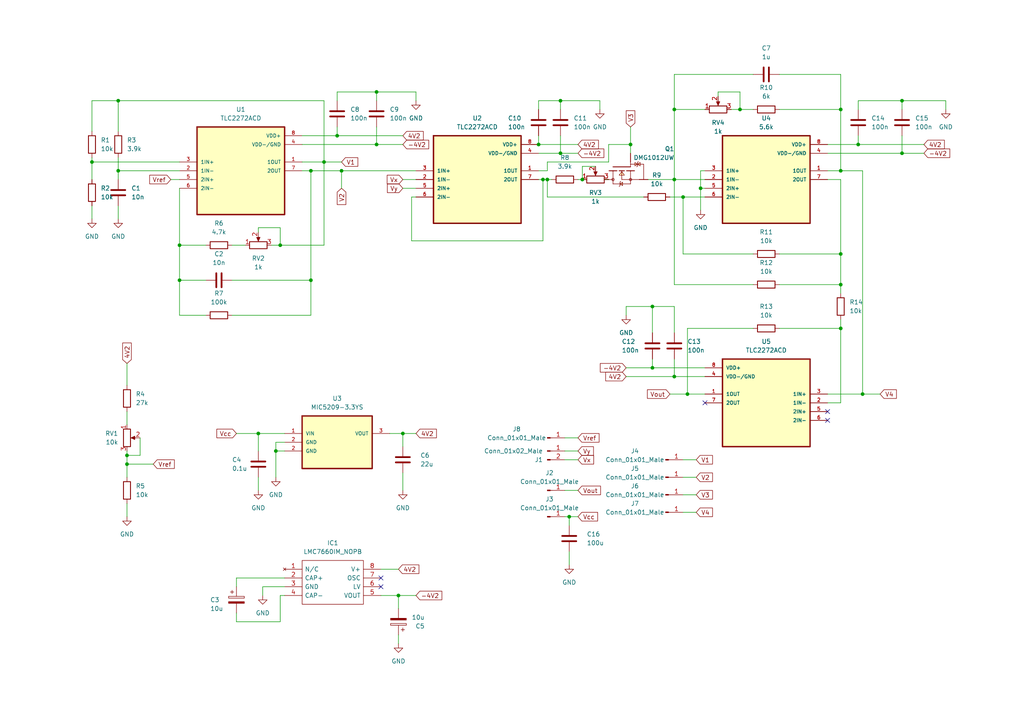
<source format=kicad_sch>
(kicad_sch (version 20211123) (generator eeschema)
  (paper "A4")
  (lib_symbols
    (symbol "Connector:Conn_01x01_Male" (pin_names (offset 1.016) hide)
      (property "Reference" "J" (at 0 2.54 0))
      (property "Value" "Conn_01x01_Male" (at 0 -2.54 0))
      (symbol "Conn_01x01_Male_1_1"
        (polyline (pts (xy 1.27 0) (xy 0.8636 0)) (stroke (width 0.1524)))
        (rectangle (start 0.8636 0.127) (end 0 -0.127) (stroke (width 0.1524)) (fill (type outline)))
        (pin passive line (at 5.08 0 180) (length 3.81) (name "Pin_1") (number "1"))
      )
    )
    (symbol "Connector:Conn_01x02_Male" (pin_names (offset 1.016) hide)
      (property "Reference" "J" (at 0 2.54 0))
      (property "Value" "Conn_01x02_Male" (at 0 -5.08 0))
      (symbol "Conn_01x02_Male_1_1"
        (polyline (pts (xy 1.27 -2.54) (xy 0.8636 -2.54)) (stroke (width 0.1524)))
        (polyline (pts (xy 1.27 0) (xy 0.8636 0)) (stroke (width 0.1524)))
        (rectangle (start 0.8636 -2.413) (end 0 -2.667) (stroke (width 0.1524)) (fill (type outline)))
        (rectangle (start 0.8636 0.127) (end 0 -0.127) (stroke (width 0.1524)) (fill (type outline)))
        (pin passive line (at 5.08 0 180) (length 3.81) (name "Pin_1") (number "1"))
        (pin passive line (at 5.08 -2.54 180) (length 3.81) (name "Pin_2") (number "2"))
      )
    )
    (symbol "DMG1012UW:DMG1012UW" (pin_numbers hide) (pin_names (offset 1.016) hide)
      (property "Reference" "Q" (at -8.9154 7.6454 0))
      (property "Value" "DMG1012UW" (at -8.9154 5.08 0))
      (symbol "DMG1012UW_0_0"
        (polyline (pts (xy 0 2.54) (xy 0.635 2.54)) (stroke (width 0.1524)))
        (polyline (pts (xy 0.127 0.508) (xy -0.127 0.254)) (stroke (width 0.1524)))
        (polyline (pts (xy 0.635 -1.27) (xy 5.08 -1.27)) (stroke (width 0.1524)))
        (polyline (pts (xy 0.635 0.508) (xy 0.127 0.508)) (stroke (width 0.1524)))
        (polyline (pts (xy 0.635 0.508) (xy 0.635 -1.27)) (stroke (width 0.1524)))
        (polyline (pts (xy 0.635 2.54) (xy 0.635 0.508)) (stroke (width 0.1524)))
        (polyline (pts (xy 0.635 2.54) (xy 1.3208 2.54)) (stroke (width 0.1524)))
        (polyline (pts (xy 1.143 0.508) (xy 0.635 0.508)) (stroke (width 0.1524)))
        (polyline (pts (xy 1.397 0.762) (xy 1.143 0.508)) (stroke (width 0.1524)))
        (polyline (pts (xy 1.397 7.62) (xy 1.397 2.54)) (stroke (width 0.254)))
        (polyline (pts (xy 2.54 2.54) (xy 2.54 1.397)) (stroke (width 0.254)))
        (polyline (pts (xy 2.54 3.683) (xy 2.54 2.54)) (stroke (width 0.254)))
        (polyline (pts (xy 2.54 5.08) (xy 2.54 4.318)) (stroke (width 0.254)))
        (polyline (pts (xy 2.54 5.08) (xy 5.08 5.08)) (stroke (width 0.1524)))
        (polyline (pts (xy 2.54 5.842) (xy 2.54 5.08)) (stroke (width 0.254)))
        (polyline (pts (xy 2.54 7.62) (xy 2.54 6.477)) (stroke (width 0.254)))
        (polyline (pts (xy 2.54 7.62) (xy 5.08 7.62)) (stroke (width 0.1524)))
        (polyline (pts (xy 2.54 8.763) (xy 2.54 7.62)) (stroke (width 0.254)))
        (polyline (pts (xy 5.08 2.54) (xy 2.54 2.54)) (stroke (width 0.1524)))
        (polyline (pts (xy 5.08 2.54) (xy 5.08 0)) (stroke (width 0.1524)))
        (polyline (pts (xy 5.08 2.54) (xy 6.35 2.54)) (stroke (width 0.1524)))
        (polyline (pts (xy 5.08 5.08) (xy 5.08 2.54)) (stroke (width 0.1524)))
        (polyline (pts (xy 5.08 7.62) (xy 5.08 10.16)) (stroke (width 0.1524)))
        (polyline (pts (xy 5.08 7.62) (xy 6.35 7.62)) (stroke (width 0.1524)))
        (polyline (pts (xy 5.842 5.588) (xy 5.588 5.334)) (stroke (width 0.1524)))
        (polyline (pts (xy 6.35 5.588) (xy 5.842 5.588)) (stroke (width 0.1524)))
        (polyline (pts (xy 6.35 5.588) (xy 6.35 2.54)) (stroke (width 0.1524)))
        (polyline (pts (xy 6.35 7.62) (xy 6.35 5.588)) (stroke (width 0.1524)))
        (polyline (pts (xy 6.858 5.588) (xy 6.35 5.588)) (stroke (width 0.1524)))
        (polyline (pts (xy 7.112 5.842) (xy 6.858 5.588)) (stroke (width 0.1524)))
        (polyline (pts (xy 0.635 0.508) (xy 0.127 -0.254) (xy 1.143 -0.254) (xy 0.635 0.508)) (stroke (width 0.1524)) (fill (type background)))
        (polyline (pts (xy 0.635 0.508) (xy 0.127 1.27) (xy 1.143 1.27) (xy 0.635 0.508)) (stroke (width 0.1524)) (fill (type background)))
        (polyline (pts (xy 2.794 5.08) (xy 3.81 5.842) (xy 3.81 4.318) (xy 2.794 5.08)) (stroke (width 0.1524)) (fill (type background)))
        (polyline (pts (xy 6.35 5.588) (xy 5.842 4.826) (xy 6.858 4.826) (xy 6.35 5.588)) (stroke (width 0.1524)) (fill (type background)))
        (circle (center 5.08 2.54) (radius 0.3556))
        (circle (center 5.08 7.62) (radius 0.3556))
        (pin passive line (at 5.08 10.16 180) (length 0) (name "~") (number "1"))
        (pin passive line (at -2.54 2.54 0) (length 2.54) (name "~") (number "2"))
        (pin passive line (at 5.08 -2.54 90) (length 2.54) (name "~") (number "3"))
      )
    )
    (symbol "Device:C" (pin_numbers hide) (pin_names (offset 0.254))
      (property "Reference" "C" (at 0.635 2.54 0))
      (property "Value" "C" (at 0.635 -2.54 0))
      (symbol "C_0_1"
        (polyline (pts (xy -2.032 -0.762) (xy 2.032 -0.762)) (stroke (width 0.508)))
        (polyline (pts (xy -2.032 0.762) (xy 2.032 0.762)) (stroke (width 0.508)))
      )
      (symbol "C_1_1"
        (pin passive line (at 0 3.81 270) (length 2.794) (name "~") (number "1"))
        (pin passive line (at 0 -3.81 90) (length 2.794) (name "~") (number "2"))
      )
    )
    (symbol "Device:C_Polarized" (pin_numbers hide) (pin_names (offset 0.254))
      (property "Reference" "C" (at 0.635 2.54 0))
      (property "Value" "C_Polarized" (at 0.635 -2.54 0))
      (symbol "C_Polarized_0_1"
        (rectangle (start -2.286 0.508) (end 2.286 1.016))
        (polyline (pts (xy -1.778 2.286) (xy -0.762 2.286)))
        (polyline (pts (xy -1.27 2.794) (xy -1.27 1.778)))
        (rectangle (start 2.286 -0.508) (end -2.286 -1.016) (fill (type outline)))
      )
      (symbol "C_Polarized_1_1"
        (pin passive line (at 0 3.81 270) (length 2.794) (name "~") (number "1"))
        (pin passive line (at 0 -3.81 90) (length 2.794) (name "~") (number "2"))
      )
    )
    (symbol "Device:R" (pin_numbers hide) (pin_names (offset 0))
      (property "Reference" "R" (at 2.032 0 90))
      (property "Value" "R" (at 0 0 90))
      (symbol "R_0_1"
        (rectangle (start -1.016 -2.54) (end 1.016 2.54) (stroke (width 0.254)))
      )
      (symbol "R_1_1"
        (pin passive line (at 0 3.81 270) (length 1.27) (name "~") (number "1"))
        (pin passive line (at 0 -3.81 90) (length 1.27) (name "~") (number "2"))
      )
    )
    (symbol "Device:R_Potentiometer" (pin_names (offset 1.016) hide)
      (property "Reference" "RV" (at -4.445 0 90))
      (property "Value" "R_Potentiometer" (at -2.54 0 90))
      (symbol "R_Potentiometer_0_1"
        (polyline (pts (xy 2.54 0) (xy 1.524 0)))
        (polyline (pts (xy 1.143 0) (xy 2.286 0.508) (xy 2.286 -0.508) (xy 1.143 0)) (fill (type outline)))
        (rectangle (start 1.016 2.54) (end -1.016 -2.54) (stroke (width 0.254)))
      )
      (symbol "R_Potentiometer_1_1"
        (pin passive line (at 0 3.81 270) (length 1.27) (name "1") (number "1"))
        (pin passive line (at 3.81 0 180) (length 1.27) (name "2") (number "2"))
        (pin passive line (at 0 -3.81 90) (length 1.27) (name "3") (number "3"))
      )
    )
    (symbol "LMC7660IM_NOPB:LMC7660IM_NOPB" (pin_names (offset 0.762))
      (property "Reference" "IC" (at 24.13 7.62 0))
      (property "Value" "LMC7660IM_NOPB" (at 24.13 5.08 0))
      (symbol "LMC7660IM_NOPB_0_0"
        (pin no_connect line (at 0 0 0) (length 5.08) (name "N/C") (number "1"))
        (pin passive line (at 0 -2.54 0) (length 5.08) (name "CAP+") (number "2"))
        (pin passive line (at 0 -5.08 0) (length 5.08) (name "GND") (number "3"))
        (pin passive line (at 0 -7.62 0) (length 5.08) (name "CAP-") (number "4"))
        (pin passive line (at 27.94 -7.62 180) (length 5.08) (name "VOUT") (number "5"))
        (pin passive line (at 27.94 -5.08 180) (length 5.08) (name "LV") (number "6"))
        (pin passive line (at 27.94 -2.54 180) (length 5.08) (name "OSC") (number "7"))
        (pin passive line (at 27.94 0 180) (length 5.08) (name "V+") (number "8"))
      )
      (symbol "LMC7660IM_NOPB_0_1"
        (polyline (pts (xy 5.08 2.54) (xy 22.86 2.54) (xy 22.86 -10.16) (xy 5.08 -10.16) (xy 5.08 2.54)) (stroke (width 0.1524)))
      )
    )
    (symbol "TLC2272ACD:TLC2272ACD" (pin_names (offset 1.016))
      (property "Reference" "U" (at -12.7 13.6906 0))
      (property "Value" "TLC2272ACD" (at -12.7 -16.6878 0))
      (symbol "TLC2272ACD_0_0"
        (rectangle (start -12.7 -12.7) (end 12.7 12.7) (stroke (width 0.4064)) (fill (type background)))
        (pin output line (at 17.78 2.54 180) (length 5.08) (name "1OUT") (number "1"))
        (pin input line (at -17.78 0 0) (length 5.08) (name "1IN-") (number "2"))
        (pin input line (at -17.78 2.54 0) (length 5.08) (name "1IN+") (number "3"))
        (pin power_in line (at 17.78 7.62 180) (length 5.08) (name "VDD-/GND") (number "4"))
        (pin input line (at -17.78 -2.54 0) (length 5.08) (name "2IN+") (number "5"))
        (pin input line (at -17.78 -5.08 0) (length 5.08) (name "2IN-") (number "6"))
        (pin output line (at 17.78 0 180) (length 5.08) (name "2OUT") (number "7"))
        (pin power_in line (at 17.78 10.16 180) (length 5.08) (name "VDD+") (number "8"))
      )
    )
    (symbol "mic5209-3.3ys:MIC5209-3.3YS" (pin_names (offset 1.016))
      (property "Reference" "U" (at -4.7498 6.477 0))
      (property "Value" "MIC5209-3.3YS" (at -5.9436 -13.4112 0))
      (symbol "MIC5209-3.3YS_0_0"
        (rectangle (start -10.16 -10.16) (end 10.16 5.08) (stroke (width 0.4064)) (fill (type background)))
        (pin power_in line (at -15.24 0 0) (length 5.08) (name "VIN") (number "1"))
        (pin passive line (at -15.24 -5.08 0) (length 5.08) (name "GND") (number "2"))
        (pin passive line (at -15.24 -2.54 0) (length 5.08) (name "GND") (number "2"))
        (pin power_out line (at 15.24 0 180) (length 5.08) (name "VOUT") (number "3"))
      )
    )
    (symbol "power:GND" (power) (pin_names (offset 0))
      (property "Value" "GND" (at 0 -3.81 0))
      (symbol "GND_0_1"
        (polyline (pts (xy 0 0) (xy 0 -1.27) (xy 1.27 -1.27) (xy 0 -2.54) (xy -1.27 -1.27) (xy 0 -1.27)))
      )
      (symbol "GND_1_1"
        (pin power_in line (at 0 0 270) (length 0) hide (name "GND") (number "1"))
      )
    )
  )
  (junction (at 97.79 39.37))
  (junction (at 80.01 130.81))
  (junction (at 261.62 29.21))
  (junction (at 203.2 54.61))
  (junction (at 109.22 41.91))
  (junction (at 189.23 106.68))
  (junction (at 182.88 41.91))
  (junction (at 34.29 49.53))
  (junction (at 189.23 88.9))
  (junction (at 162.56 44.45))
  (junction (at 199.39 114.3))
  (junction (at 158.75 52.07))
  (junction (at 243.84 95.25))
  (junction (at 261.62 44.45))
  (junction (at 93.98 46.99))
  (junction (at 99.06 49.53))
  (junction (at 157.48 52.07))
  (junction (at 115.57 172.72))
  (junction (at 34.29 29.21))
  (junction (at 156.21 41.91))
  (junction (at 36.83 132.08))
  (junction (at 81.28 71.12))
  (junction (at 243.84 73.66))
  (junction (at 74.93 125.73))
  (junction (at 248.92 41.91))
  (junction (at 195.58 31.75))
  (junction (at 26.67 46.99))
  (junction (at 195.58 52.07))
  (junction (at 116.84 125.73))
  (junction (at 90.17 49.53))
  (junction (at 198.12 57.15))
  (junction (at 243.84 31.75))
  (junction (at 52.07 81.28))
  (junction (at 243.84 82.55))
  (junction (at 90.17 81.28))
  (junction (at 195.58 109.22))
  (junction (at 165.1 149.86))
  (junction (at 162.56 29.21))
  (junction (at 214.63 31.75))
  (junction (at 243.84 49.53))
  (junction (at 250.19 114.3))
  (junction (at 109.22 26.67))
  (junction (at 36.83 134.62))
  (junction (at 168.91 52.07))
  (junction (at 52.07 71.12))
  (no_connect (at 110.49 170.18))
  (no_connect (at 110.49 167.64))
  (no_connect (at 204.47 116.84))
  (no_connect (at 240.03 119.38))
  (no_connect (at 240.03 121.92))
  (wire (pts (xy 168.91 48.26) (xy 168.91 52.07)))
  (wire (pts (xy 189.23 88.9) (xy 181.61 88.9)))
  (wire (pts (xy 181.61 106.68) (xy 189.23 106.68)))
  (wire (pts (xy 99.06 49.53) (xy 99.06 54.61)))
  (wire (pts (xy 261.62 29.21) (xy 274.32 29.21)))
  (wire (pts (xy 165.1 149.86) (xy 165.1 152.4)))
  (wire (pts (xy 116.84 54.61) (xy 120.65 54.61)))
  (wire (pts (xy 248.92 29.21) (xy 261.62 29.21)))
  (wire (pts (xy 165.1 160.02) (xy 165.1 163.83)))
  (wire (pts (xy 109.22 26.67) (xy 120.65 26.67)))
  (wire (pts (xy 194.31 114.3) (xy 199.39 114.3)))
  (wire (pts (xy 52.07 91.44) (xy 52.07 81.28)))
  (wire (pts (xy 195.58 31.75) (xy 195.58 52.07)))
  (wire (pts (xy 52.07 46.99) (xy 26.67 46.99)))
  (wire (pts (xy 119.38 57.15) (xy 119.38 69.85)))
  (wire (pts (xy 26.67 59.69) (xy 26.67 63.5)))
  (wire (pts (xy 93.98 46.99) (xy 87.63 46.99)))
  (wire (pts (xy 120.65 26.67) (xy 120.65 29.21)))
  (wire (pts (xy 163.83 130.81) (xy 167.64 130.81)))
  (wire (pts (xy 34.29 29.21) (xy 93.98 29.21)))
  (wire (pts (xy 67.31 91.44) (xy 90.17 91.44)))
  (wire (pts (xy 204.47 49.53) (xy 203.2 49.53)))
  (wire (pts (xy 80.01 130.81) (xy 80.01 138.43)))
  (wire (pts (xy 34.29 38.1) (xy 34.29 29.21)))
  (wire (pts (xy 40.64 132.08) (xy 36.83 132.08)))
  (wire (pts (xy 59.69 91.44) (xy 52.07 91.44)))
  (wire (pts (xy 97.79 26.67) (xy 109.22 26.67)))
  (wire (pts (xy 113.03 125.73) (xy 116.84 125.73)))
  (wire (pts (xy 218.44 21.59) (xy 195.58 21.59)))
  (wire (pts (xy 208.28 26.67) (xy 214.63 26.67)))
  (wire (pts (xy 248.92 31.75) (xy 248.92 29.21)))
  (wire (pts (xy 182.88 41.91) (xy 182.88 44.45)))
  (wire (pts (xy 240.03 49.53) (xy 243.84 49.53)))
  (wire (pts (xy 74.93 138.43) (xy 74.93 142.24)))
  (wire (pts (xy 240.03 52.07) (xy 243.84 52.07)))
  (wire (pts (xy 173.99 29.21) (xy 173.99 31.75)))
  (wire (pts (xy 120.65 57.15) (xy 119.38 57.15)))
  (wire (pts (xy 218.44 73.66) (xy 198.12 73.66)))
  (wire (pts (xy 240.03 44.45) (xy 261.62 44.45)))
  (wire (pts (xy 156.21 49.53) (xy 158.75 49.53)))
  (wire (pts (xy 82.55 128.27) (xy 80.01 128.27)))
  (wire (pts (xy 81.28 66.04) (xy 81.28 71.12)))
  (wire (pts (xy 189.23 88.9) (xy 189.23 96.52)))
  (wire (pts (xy 195.58 96.52) (xy 195.58 88.9)))
  (wire (pts (xy 82.55 170.18) (xy 76.2 170.18)))
  (wire (pts (xy 243.84 49.53) (xy 243.84 31.75)))
  (wire (pts (xy 250.19 49.53) (xy 250.19 114.3)))
  (wire (pts (xy 157.48 69.85) (xy 157.48 52.07)))
  (wire (pts (xy 243.84 21.59) (xy 243.84 31.75)))
  (wire (pts (xy 36.83 130.81) (xy 36.83 132.08)))
  (wire (pts (xy 82.55 172.72) (xy 81.28 172.72)))
  (wire (pts (xy 176.53 41.91) (xy 182.88 41.91)))
  (wire (pts (xy 36.83 134.62) (xy 36.83 138.43)))
  (wire (pts (xy 74.93 67.31) (xy 74.93 66.04)))
  (wire (pts (xy 203.2 54.61) (xy 203.2 60.96)))
  (wire (pts (xy 115.57 184.15) (xy 115.57 186.69)))
  (wire (pts (xy 163.83 142.24) (xy 167.64 142.24)))
  (wire (pts (xy 226.06 73.66) (xy 243.84 73.66)))
  (wire (pts (xy 90.17 81.28) (xy 90.17 49.53)))
  (wire (pts (xy 198.12 57.15) (xy 198.12 73.66)))
  (wire (pts (xy 26.67 38.1) (xy 26.67 29.21)))
  (wire (pts (xy 176.53 41.91) (xy 176.53 46.99)))
  (wire (pts (xy 198.12 57.15) (xy 204.47 57.15)))
  (wire (pts (xy 90.17 49.53) (xy 87.63 49.53)))
  (wire (pts (xy 261.62 39.37) (xy 261.62 44.45)))
  (wire (pts (xy 199.39 114.3) (xy 204.47 114.3)))
  (wire (pts (xy 163.83 149.86) (xy 165.1 149.86)))
  (wire (pts (xy 99.06 49.53) (xy 120.65 49.53)))
  (wire (pts (xy 97.79 39.37) (xy 116.84 39.37)))
  (wire (pts (xy 67.31 71.12) (xy 71.12 71.12)))
  (wire (pts (xy 115.57 172.72) (xy 120.65 172.72)))
  (wire (pts (xy 226.06 21.59) (xy 243.84 21.59)))
  (wire (pts (xy 74.93 125.73) (xy 74.93 130.81)))
  (wire (pts (xy 74.93 66.04) (xy 81.28 66.04)))
  (wire (pts (xy 198.12 143.51) (xy 201.93 143.51)))
  (wire (pts (xy 214.63 31.75) (xy 212.09 31.75)))
  (wire (pts (xy 81.28 172.72) (xy 81.28 180.34)))
  (wire (pts (xy 198.12 133.35) (xy 201.93 133.35)))
  (wire (pts (xy 198.12 148.59) (xy 201.93 148.59)))
  (wire (pts (xy 195.58 109.22) (xy 204.47 109.22)))
  (wire (pts (xy 274.32 29.21) (xy 274.32 31.75)))
  (wire (pts (xy 195.58 104.14) (xy 195.58 109.22)))
  (wire (pts (xy 93.98 46.99) (xy 93.98 71.12)))
  (wire (pts (xy 52.07 54.61) (xy 52.07 71.12)))
  (wire (pts (xy 158.75 46.99) (xy 158.75 49.53)))
  (wire (pts (xy 116.84 52.07) (xy 120.65 52.07)))
  (wire (pts (xy 156.21 41.91) (xy 167.64 41.91)))
  (wire (pts (xy 195.58 88.9) (xy 189.23 88.9)))
  (wire (pts (xy 110.49 165.1) (xy 115.57 165.1)))
  (wire (pts (xy 162.56 44.45) (xy 167.64 44.45)))
  (wire (pts (xy 194.31 57.15) (xy 198.12 57.15)))
  (wire (pts (xy 52.07 81.28) (xy 52.07 71.12)))
  (wire (pts (xy 214.63 26.67) (xy 214.63 31.75)))
  (wire (pts (xy 172.72 48.26) (xy 168.91 48.26)))
  (wire (pts (xy 156.21 29.21) (xy 162.56 29.21)))
  (wire (pts (xy 156.21 44.45) (xy 162.56 44.45)))
  (wire (pts (xy 109.22 41.91) (xy 116.84 41.91)))
  (wire (pts (xy 195.58 82.55) (xy 218.44 82.55)))
  (wire (pts (xy 26.67 45.72) (xy 26.67 46.99)))
  (wire (pts (xy 81.28 71.12) (xy 93.98 71.12)))
  (wire (pts (xy 81.28 180.34) (xy 68.58 180.34)))
  (wire (pts (xy 68.58 177.8) (xy 68.58 180.34)))
  (wire (pts (xy 158.75 52.07) (xy 158.75 57.15)))
  (wire (pts (xy 189.23 106.68) (xy 204.47 106.68)))
  (wire (pts (xy 49.53 52.07) (xy 52.07 52.07)))
  (wire (pts (xy 109.22 36.83) (xy 109.22 41.91)))
  (wire (pts (xy 218.44 95.25) (xy 199.39 95.25)))
  (wire (pts (xy 175.26 52.07) (xy 176.53 52.07)))
  (wire (pts (xy 243.84 49.53) (xy 250.19 49.53)))
  (wire (pts (xy 90.17 91.44) (xy 90.17 81.28)))
  (wire (pts (xy 156.21 39.37) (xy 156.21 41.91)))
  (wire (pts (xy 176.53 46.99) (xy 158.75 46.99)))
  (wire (pts (xy 93.98 46.99) (xy 99.06 46.99)))
  (wire (pts (xy 187.96 52.07) (xy 195.58 52.07)))
  (wire (pts (xy 261.62 44.45) (xy 267.97 44.45)))
  (wire (pts (xy 226.06 95.25) (xy 243.84 95.25)))
  (wire (pts (xy 226.06 31.75) (xy 243.84 31.75)))
  (wire (pts (xy 78.74 71.12) (xy 81.28 71.12)))
  (wire (pts (xy 156.21 31.75) (xy 156.21 29.21)))
  (wire (pts (xy 226.06 82.55) (xy 243.84 82.55)))
  (wire (pts (xy 87.63 41.91) (xy 109.22 41.91)))
  (wire (pts (xy 90.17 49.53) (xy 99.06 49.53)))
  (wire (pts (xy 34.29 49.53) (xy 34.29 52.07)))
  (wire (pts (xy 157.48 52.07) (xy 156.21 52.07)))
  (wire (pts (xy 162.56 39.37) (xy 162.56 44.45)))
  (wire (pts (xy 198.12 138.43) (xy 201.93 138.43)))
  (wire (pts (xy 163.83 127) (xy 167.64 127)))
  (wire (pts (xy 40.64 127) (xy 40.64 132.08)))
  (wire (pts (xy 195.58 21.59) (xy 195.58 31.75)))
  (wire (pts (xy 110.49 172.72) (xy 115.57 172.72)))
  (wire (pts (xy 167.64 52.07) (xy 168.91 52.07)))
  (wire (pts (xy 36.83 134.62) (xy 44.45 134.62)))
  (wire (pts (xy 181.61 109.22) (xy 195.58 109.22)))
  (wire (pts (xy 76.2 170.18) (xy 76.2 172.72)))
  (wire (pts (xy 163.83 133.35) (xy 167.64 133.35)))
  (wire (pts (xy 248.92 39.37) (xy 248.92 41.91)))
  (wire (pts (xy 240.03 41.91) (xy 248.92 41.91)))
  (wire (pts (xy 195.58 52.07) (xy 195.58 82.55)))
  (wire (pts (xy 115.57 172.72) (xy 115.57 176.53)))
  (wire (pts (xy 93.98 29.21) (xy 93.98 46.99)))
  (wire (pts (xy 240.03 114.3) (xy 250.19 114.3)))
  (wire (pts (xy 203.2 54.61) (xy 204.47 54.61)))
  (wire (pts (xy 199.39 95.25) (xy 199.39 114.3)))
  (wire (pts (xy 158.75 57.15) (xy 186.69 57.15)))
  (wire (pts (xy 181.61 88.9) (xy 181.61 91.44)))
  (wire (pts (xy 261.62 29.21) (xy 261.62 31.75)))
  (wire (pts (xy 165.1 149.86) (xy 167.64 149.86)))
  (wire (pts (xy 157.48 52.07) (xy 158.75 52.07)))
  (wire (pts (xy 204.47 52.07) (xy 195.58 52.07)))
  (wire (pts (xy 109.22 26.67) (xy 109.22 29.21)))
  (wire (pts (xy 97.79 29.21) (xy 97.79 26.67)))
  (wire (pts (xy 36.83 132.08) (xy 36.83 134.62)))
  (wire (pts (xy 36.83 105.41) (xy 36.83 111.76)))
  (wire (pts (xy 116.84 137.16) (xy 116.84 142.24)))
  (wire (pts (xy 52.07 71.12) (xy 59.69 71.12)))
  (wire (pts (xy 243.84 82.55) (xy 243.84 85.09)))
  (wire (pts (xy 158.75 52.07) (xy 160.02 52.07)))
  (wire (pts (xy 240.03 116.84) (xy 243.84 116.84)))
  (wire (pts (xy 67.31 81.28) (xy 90.17 81.28)))
  (wire (pts (xy 52.07 49.53) (xy 34.29 49.53)))
  (wire (pts (xy 203.2 49.53) (xy 203.2 54.61)))
  (wire (pts (xy 36.83 146.05) (xy 36.83 149.86)))
  (wire (pts (xy 243.84 73.66) (xy 243.84 52.07)))
  (wire (pts (xy 116.84 125.73) (xy 116.84 129.54)))
  (wire (pts (xy 80.01 130.81) (xy 82.55 130.81)))
  (wire (pts (xy 189.23 104.14) (xy 189.23 106.68)))
  (wire (pts (xy 34.29 45.72) (xy 34.29 49.53)))
  (wire (pts (xy 250.19 114.3) (xy 255.27 114.3)))
  (wire (pts (xy 116.84 125.73) (xy 120.65 125.73)))
  (wire (pts (xy 36.83 119.38) (xy 36.83 123.19)))
  (wire (pts (xy 26.67 46.99) (xy 26.67 52.07)))
  (wire (pts (xy 80.01 128.27) (xy 80.01 130.81)))
  (wire (pts (xy 97.79 36.83) (xy 97.79 39.37)))
  (wire (pts (xy 34.29 59.69) (xy 34.29 63.5)))
  (wire (pts (xy 26.67 29.21) (xy 34.29 29.21)))
  (wire (pts (xy 243.84 95.25) (xy 243.84 116.84)))
  (wire (pts (xy 162.56 29.21) (xy 162.56 31.75)))
  (wire (pts (xy 59.69 81.28) (xy 52.07 81.28)))
  (wire (pts (xy 243.84 92.71) (xy 243.84 95.25)))
  (wire (pts (xy 87.63 39.37) (xy 97.79 39.37)))
  (wire (pts (xy 208.28 27.94) (xy 208.28 26.67)))
  (wire (pts (xy 218.44 31.75) (xy 214.63 31.75)))
  (wire (pts (xy 68.58 167.64) (xy 68.58 170.18)))
  (wire (pts (xy 243.84 73.66) (xy 243.84 82.55)))
  (wire (pts (xy 74.93 125.73) (xy 82.55 125.73)))
  (wire (pts (xy 162.56 29.21) (xy 173.99 29.21)))
  (wire (pts (xy 182.88 36.83) (xy 182.88 41.91)))
  (wire (pts (xy 119.38 69.85) (xy 157.48 69.85)))
  (wire (pts (xy 82.55 167.64) (xy 68.58 167.64)))
  (wire (pts (xy 248.92 41.91) (xy 267.97 41.91)))
  (wire (pts (xy 204.47 31.75) (xy 195.58 31.75)))
  (wire (pts (xy 68.58 125.73) (xy 74.93 125.73)))
  (global_label "Vy" (shape input) (at 116.84 54.61 180) (property "Intersheet References" "${INTERSHEET_REFS}" (effects hide)))
  (global_label "Vref" (shape input) (at 44.45 134.62 0) (property "Intersheet References" "${INTERSHEET_REFS}" (effects hide)))
  (global_label "4V2" (shape input) (at 181.61 109.22 180) (property "Intersheet References" "${INTERSHEET_REFS}" (effects hide)))
  (global_label "-4V2" (shape input) (at 267.97 44.45 0) (property "Intersheet References" "${INTERSHEET_REFS}" (effects hide)))
  (global_label "Vref" (shape input) (at 49.53 52.07 180) (property "Intersheet References" "${INTERSHEET_REFS}" (effects hide)))
  (global_label "4V2" (shape input) (at 115.57 165.1 0) (property "Intersheet References" "${INTERSHEET_REFS}" (effects hide)))
  (global_label "V4" (shape input) (at 255.27 114.3 0) (property "Intersheet References" "${INTERSHEET_REFS}" (effects hide)))
  (global_label "V1" (shape input) (at 201.93 133.35 0) (property "Intersheet References" "${INTERSHEET_REFS}" (effects hide)))
  (global_label "V2" (shape input) (at 201.93 138.43 0) (property "Intersheet References" "${INTERSHEET_REFS}" (effects hide)))
  (global_label "4V2" (shape input) (at 116.84 39.37 0) (property "Intersheet References" "${INTERSHEET_REFS}" (effects hide)))
  (global_label "-4V2" (shape input) (at 167.64 44.45 0) (property "Intersheet References" "${INTERSHEET_REFS}" (effects hide)))
  (global_label "Vref" (shape input) (at 167.64 127 0) (property "Intersheet References" "${INTERSHEET_REFS}" (effects hide)))
  (global_label "-4V2" (shape input) (at 120.65 172.72 0) (property "Intersheet References" "${INTERSHEET_REFS}" (effects hide)))
  (global_label "V3" (shape input) (at 182.88 36.83 90) (property "Intersheet References" "${INTERSHEET_REFS}" (effects hide)))
  (global_label "V2" (shape input) (at 99.06 54.61 270) (property "Intersheet References" "${INTERSHEET_REFS}" (effects hide)))
  (global_label "V3" (shape input) (at 201.93 143.51 0) (property "Intersheet References" "${INTERSHEET_REFS}" (effects hide)))
  (global_label "Vcc" (shape input) (at 167.64 149.86 0) (property "Intersheet References" "${INTERSHEET_REFS}" (effects hide)))
  (global_label "Vcc" (shape input) (at 68.58 125.73 180) (property "Intersheet References" "${INTERSHEET_REFS}" (effects hide)))
  (global_label "Vx" (shape input) (at 116.84 52.07 180) (property "Intersheet References" "${INTERSHEET_REFS}" (effects hide)))
  (global_label "-4V2" (shape input) (at 116.84 41.91 0) (property "Intersheet References" "${INTERSHEET_REFS}" (effects hide)))
  (global_label "4V2" (shape input) (at 167.64 41.91 0) (property "Intersheet References" "${INTERSHEET_REFS}" (effects hide)))
  (global_label "Vout" (shape input) (at 167.64 142.24 0) (property "Intersheet References" "${INTERSHEET_REFS}" (effects hide)))
  (global_label "Vy" (shape input) (at 167.64 130.81 0) (property "Intersheet References" "${INTERSHEET_REFS}" (effects hide)))
  (global_label "4V2" (shape input) (at 267.97 41.91 0) (property "Intersheet References" "${INTERSHEET_REFS}" (effects hide)))
  (global_label "V4" (shape input) (at 201.93 148.59 0) (property "Intersheet References" "${INTERSHEET_REFS}" (effects hide)))
  (global_label "4V2" (shape input) (at 120.65 125.73 0) (property "Intersheet References" "${INTERSHEET_REFS}" (effects hide)))
  (global_label "Vx" (shape input) (at 167.64 133.35 0) (property "Intersheet References" "${INTERSHEET_REFS}" (effects hide)))
  (global_label "4V2" (shape input) (at 36.83 105.41 90) (property "Intersheet References" "${INTERSHEET_REFS}" (effects hide)))
  (global_label "-4V2" (shape input) (at 181.61 106.68 180) (property "Intersheet References" "${INTERSHEET_REFS}" (effects hide)))
  (global_label "Vout" (shape input) (at 194.31 114.3 180) (property "Intersheet References" "${INTERSHEET_REFS}" (effects hide)))
  (global_label "V1" (shape input) (at 99.06 46.99 0) (property "Intersheet References" "${INTERSHEET_REFS}" (effects hide)))
  (symbol (lib_id "power:GND") (at 181.61 91.44 0) (unit 1)
    (property "Reference" "#PWR0102" (effects hide))
    (property "Value" "GND" (at 181.61 96.52 0))
  )
  (symbol (lib_id "power:GND") (at 120.65 29.21 0) (unit 1)
    (property "Reference" "#PWR0104" (effects hide))
    (property "Value" "GND" (at 120.65 34.29 0))
  )
  (symbol (lib_id "Device:R") (at 190.5 57.15 90) (unit 1)
    (property "Reference" "R9" (at 190.5 50.8 90))
    (property "Value" "10k" (at 190.5 53.34 90))
    (property "Footprint" "Resistor_SMD:R_0805_2012Metric_Pad1.20x1.40mm_HandSolder" (effects hide))
  )
  (symbol (lib_id "Device:R") (at 36.83 115.57 0) (unit 1)
    (property "Reference" "R4" (at 39.37 114.2999 0) (effects (justify left)))
    (property "Value" "27k" (at 39.37 116.8399 0) (effects (justify left)))
    (property "Footprint" "Resistor_SMD:R_0805_2012Metric_Pad1.20x1.40mm_HandSolder" (effects hide))
  )
  (symbol (lib_id "Connector:Conn_01x01_Male") (at 193.04 138.43 0) (unit 1)
    (property "Reference" "J5" (at 184.15 135.89 0))
    (property "Value" "Conn_01x01_Male" (at 184.15 138.43 0))
    (property "Footprint" "Connector_PinHeader_2.54mm:PinHeader_1x01_P2.54mm_Vertical" (effects hide))
  )
  (symbol (lib_id "Device:C") (at 97.79 33.02 0) (unit 1)
    (property "Reference" "C8" (at 101.6 31.75 0) (effects (justify left)))
    (property "Value" "100n" (at 101.6 34.29 0) (effects (justify left)))
    (property "Footprint" "Capacitor_SMD:C_0805_2012Metric_Pad1.18x1.45mm_HandSolder" (effects hide))
  )
  (symbol (lib_id "mic5209-3.3ys:MIC5209-3.3YS") (at 97.79 125.73 0) (unit 1)
    (property "Reference" "U3" (at 97.79 115.57 0))
    (property "Value" "MIC5209-3.3YS" (at 97.79 118.11 0))
    (property "Footprint" "Package_TO_SOT_SMD:SOT-223-3_TabPin2" (effects hide))
    (property "SUPPLIER" "Microchip" (effects hide))
    (property "PACKAGE" "SOT223-3" (effects hide))
  )
  (symbol (lib_id "Device:R") (at 63.5 71.12 90) (unit 1)
    (property "Reference" "R6" (at 63.5 64.77 90))
    (property "Value" "4.7k" (at 63.5 67.31 90))
    (property "Footprint" "Resistor_SMD:R_0805_2012Metric_Pad1.20x1.40mm_HandSolder" (effects hide))
  )
  (symbol (lib_id "Connector:Conn_01x01_Male") (at 193.04 133.35 0) (unit 1)
    (property "Reference" "J4" (at 184.15 130.81 0))
    (property "Value" "Conn_01x01_Male" (at 184.15 133.35 0))
    (property "Footprint" "Connector_PinHeader_2.54mm:PinHeader_1x01_P2.54mm_Vertical" (effects hide))
  )
  (symbol (lib_id "Connector:Conn_01x01_Male") (at 193.04 148.59 0) (unit 1)
    (property "Reference" "J7" (at 184.15 146.05 0))
    (property "Value" "Conn_01x01_Male" (at 184.15 148.59 0))
    (property "Footprint" "Connector_PinHeader_2.54mm:PinHeader_1x01_P2.54mm_Vertical" (effects hide))
  )
  (symbol (lib_id "Device:C") (at 109.22 33.02 0) (unit 1)
    (property "Reference" "C9" (at 113.03 31.7499 0) (effects (justify left)))
    (property "Value" "100n" (at 113.03 34.2899 0) (effects (justify left)))
    (property "Footprint" "Capacitor_SMD:C_0805_2012Metric_Pad1.18x1.45mm_HandSolder" (effects hide))
  )
  (symbol (lib_id "power:GND") (at 165.1 163.83 0) (unit 1)
    (property "Reference" "#PWR010" (effects hide))
    (property "Value" "GND" (at 165.1 168.91 0))
  )
  (symbol (lib_id "Device:R_Potentiometer") (at 36.83 127 0) (unit 1)
    (property "Reference" "RV1" (at 34.29 125.7299 0) (effects (justify right)))
    (property "Value" "10k" (at 34.29 128.2699 0) (effects (justify right)))
    (property "Footprint" "Potentiometer_THT:Potentiometer_ACP_CA6-H2,5_Horizontal" (effects hide))
  )
  (symbol (lib_id "power:GND") (at 36.83 149.86 0) (unit 1)
    (property "Reference" "#PWR03" (effects hide))
    (property "Value" "GND" (at 36.83 154.94 0))
  )
  (symbol (lib_id "LMC7660IM_NOPB:LMC7660IM_NOPB") (at 82.55 165.1 0) (unit 1)
    (property "Reference" "IC1" (at 96.52 157.48 0))
    (property "Value" "LMC7660IM_NOPB" (at 96.52 160.02 0))
    (property "Footprint" "LMC7660IM_NOPB:SOIC127P600X175-8N" (effects hide))
    (property "Datasheet" "http://www.ti.com/lit/ds/symlink/lmc7660.pdf" (effects hide))
    (property "Description" "1.5-V to 10-V switched capacitor voltage converter" (effects hide))
    (property "Height" "1.75" (effects hide))
    (property "Mouser Part Number" "926-LMC7660IM/NOPB" (effects hide))
    (property "Mouser Price/Stock" "https://www.mouser.co.uk/ProductDetail/Texas-Instruments/LMC7660IM-NOPB?qs=7lkVKPoqpbZi64kwFiQ%2F%252Bg%3D%3D" (effects hide))
    (property "Manufacturer_Name" "Texas Instruments" (effects hide))
    (property "Manufacturer_Part_Number" "LMC7660IM/NOPB" (effects hide))
  )
  (symbol (lib_id "Device:R") (at 63.5 91.44 90) (unit 1)
    (property "Reference" "R7" (at 63.5 85.09 90))
    (property "Value" "100k" (at 63.5 87.63 90))
    (property "Footprint" "Resistor_SMD:R_0805_2012Metric_Pad1.20x1.40mm_HandSolder" (effects hide))
  )
  (symbol (lib_id "power:GND") (at 76.2 172.72 0) (unit 1)
    (property "Reference" "#PWR05" (effects hide))
    (property "Value" "GND" (at 76.2 177.8 0))
  )
  (symbol (lib_id "Device:C") (at 222.25 21.59 90) (unit 1)
    (property "Reference" "C7" (at 222.25 13.97 90))
    (property "Value" "1u" (at 222.25 16.51 90))
    (property "Footprint" "Capacitor_SMD:C_0805_2012Metric_Pad1.18x1.45mm_HandSolder" (effects hide))
  )
  (symbol (lib_id "Device:C") (at 261.62 35.56 0) (unit 1)
    (property "Reference" "C15" (at 265.43 34.2899 0) (effects (justify left)))
    (property "Value" "100n" (at 265.43 36.8299 0) (effects (justify left)))
    (property "Footprint" "Capacitor_SMD:C_0805_2012Metric_Pad1.18x1.45mm_HandSolder" (effects hide))
  )
  (symbol (lib_id "Device:R") (at 222.25 73.66 90) (unit 1)
    (property "Reference" "R11" (at 222.25 67.31 90))
    (property "Value" "10k" (at 222.25 69.85 90))
    (property "Footprint" "Resistor_SMD:R_0805_2012Metric_Pad1.20x1.40mm_HandSolder" (effects hide))
  )
  (symbol (lib_id "Device:C") (at 162.56 35.56 0) (unit 1)
    (property "Reference" "C11" (at 166.37 34.2899 0) (effects (justify left)))
    (property "Value" "100n" (at 166.37 36.8299 0) (effects (justify left)))
    (property "Footprint" "Capacitor_SMD:C_0805_2012Metric_Pad1.18x1.45mm_HandSolder" (effects hide))
  )
  (symbol (lib_id "power:GND") (at 26.67 63.5 0) (unit 1)
    (property "Reference" "#PWR01" (effects hide))
    (property "Value" "GND" (at 26.67 68.58 0))
  )
  (symbol (lib_id "Device:C") (at 116.84 133.35 0) (unit 1)
    (property "Reference" "C6" (at 121.92 132.08 0) (effects (justify left)))
    (property "Value" "22u" (at 121.92 134.62 0) (effects (justify left)))
    (property "Footprint" "Capacitor_SMD:C_1206_3216Metric_Pad1.33x1.80mm_HandSolder" (effects hide))
  )
  (symbol (lib_id "Device:R_Potentiometer") (at 172.72 52.07 90) (unit 1)
    (property "Reference" "RV3" (at 172.72 55.88 90))
    (property "Value" "1k" (at 172.72 58.42 90))
    (property "Footprint" "Potentiometer_THT:Potentiometer_ACP_CA6-H2,5_Horizontal" (effects hide))
  )
  (symbol (lib_id "Device:C") (at 63.5 81.28 90) (unit 1)
    (property "Reference" "C2" (at 63.5 73.66 90))
    (property "Value" "10n" (at 63.5 76.2 90))
    (property "Footprint" "Capacitor_SMD:C_0805_2012Metric_Pad1.18x1.45mm_HandSolder" (effects hide))
  )
  (symbol (lib_id "Connector:Conn_01x01_Male") (at 193.04 143.51 0) (unit 1)
    (property "Reference" "J6" (at 184.15 140.97 0))
    (property "Value" "Conn_01x01_Male" (at 184.15 143.51 0))
    (property "Footprint" "Connector_PinHeader_2.54mm:PinHeader_1x01_P2.54mm_Vertical" (effects hide))
  )
  (symbol (lib_id "DMG1012UW:DMG1012UW") (at 185.42 46.99 90) (mirror x) (unit 1)
    (property "Reference" "Q1" (at 195.58 43.18 90) (effects (justify left)))
    (property "Value" "DMG1012UW" (at 195.58 45.72 90) (effects (justify left)))
    (property "Footprint" "DMG1012UW:SOT323" (effects hide))
  )
  (symbol (lib_id "TLC2272ACD:TLC2272ACD") (at 222.25 52.07 0) (unit 1)
    (property "Reference" "U4" (at 222.25 34.29 0))
    (property "Value" "5.6k" (at 222.25 36.83 0))
    (property "Footprint" "TLC2272ACD:SOIC127P599X175-8N" (effects hide))
  )
  (symbol (lib_id "Device:R_Potentiometer") (at 74.93 71.12 90) (unit 1)
    (property "Reference" "RV2" (at 74.93 74.93 90))
    (property "Value" "1k" (at 74.93 77.47 90))
    (property "Footprint" "Potentiometer_THT:Potentiometer_ACP_CA6-H2,5_Horizontal" (effects hide))
  )
  (symbol (lib_id "TLC2272ACD:TLC2272ACD") (at 138.43 52.07 0) (unit 1)
    (property "Reference" "U2" (at 138.43 34.29 0))
    (property "Value" "TLC2272ACD" (at 138.43 36.83 0))
    (property "Footprint" "TLC2272ACD:SOIC127P599X175-8N" (effects hide))
  )
  (symbol (lib_id "Device:C") (at 195.58 100.33 0) (unit 1)
    (property "Reference" "C13" (at 199.39 99.0599 0) (effects (justify left)))
    (property "Value" "100n" (at 199.39 101.5999 0) (effects (justify left)))
    (property "Footprint" "Capacitor_SMD:C_0805_2012Metric_Pad1.18x1.45mm_HandSolder" (effects hide))
  )
  (symbol (lib_id "Device:R") (at 26.67 41.91 0) (unit 1)
    (property "Reference" "R1" (at 29.21 40.6399 0) (effects (justify left)))
    (property "Value" "10k" (at 29.21 43.1799 0) (effects (justify left)))
    (property "Footprint" "Resistor_SMD:R_0805_2012Metric_Pad1.20x1.40mm_HandSolder" (effects hide))
  )
  (symbol (lib_id "TLC2272ACD:TLC2272ACD") (at 222.25 116.84 0) (mirror y) (unit 1)
    (property "Reference" "U5" (at 222.25 99.06 0))
    (property "Value" "TLC2272ACD" (at 222.25 101.6 0))
    (property "Footprint" "TLC2272ACD:SOIC127P599X175-8N" (effects hide))
  )
  (symbol (lib_id "Device:C") (at 34.29 55.88 0) (unit 1)
    (property "Reference" "C1" (at 38.1 54.6099 0) (effects (justify left)))
    (property "Value" "10n" (at 38.1 57.1499 0) (effects (justify left)))
    (property "Footprint" "Capacitor_SMD:C_0805_2012Metric_Pad1.18x1.45mm_HandSolder" (effects hide))
  )
  (symbol (lib_id "Connector:Conn_01x01_Male") (at 158.75 142.24 0) (unit 1)
    (property "Reference" "J2" (at 159.385 137.16 0))
    (property "Value" "Conn_01x01_Male" (at 159.385 139.7 0))
    (property "Footprint" "Connector_PinHeader_2.54mm:PinHeader_1x01_P2.54mm_Vertical" (effects hide))
  )
  (symbol (lib_id "power:GND") (at 115.57 186.69 0) (unit 1)
    (property "Reference" "#PWR07" (effects hide))
    (property "Value" "GND" (at 115.57 191.77 0))
  )
  (symbol (lib_id "power:GND") (at 274.32 31.75 0) (unit 1)
    (property "Reference" "#PWR0101" (effects hide))
    (property "Value" "GND" (at 274.32 36.83 0))
  )
  (symbol (lib_id "Device:C") (at 156.21 35.56 0) (unit 1)
    (property "Reference" "C10" (at 147.32 34.2899 0) (effects (justify left)))
    (property "Value" "100n" (at 147.32 36.83 0) (effects (justify left)))
    (property "Footprint" "Capacitor_SMD:C_0805_2012Metric_Pad1.18x1.45mm_HandSolder" (effects hide))
  )
  (symbol (lib_id "Device:R") (at 222.25 82.55 90) (unit 1)
    (property "Reference" "R12" (at 222.25 76.2 90))
    (property "Value" "10k" (at 222.25 78.74 90))
    (property "Footprint" "Resistor_SMD:R_0805_2012Metric_Pad1.20x1.40mm_HandSolder" (effects hide))
  )
  (symbol (lib_id "Device:C") (at 189.23 100.33 0) (unit 1)
    (property "Reference" "C12" (at 180.34 99.0599 0) (effects (justify left)))
    (property "Value" "100n" (at 180.34 101.6 0) (effects (justify left)))
    (property "Footprint" "Capacitor_SMD:C_0805_2012Metric_Pad1.18x1.45mm_HandSolder" (effects hide))
  )
  (symbol (lib_id "Device:R") (at 243.84 88.9 180) (unit 1)
    (property "Reference" "R14" (at 246.38 87.6299 0) (effects (justify right)))
    (property "Value" "10k" (at 246.38 90.1699 0) (effects (justify right)))
    (property "Footprint" "Resistor_SMD:R_0805_2012Metric_Pad1.20x1.40mm_HandSolder" (effects hide))
  )
  (symbol (lib_id "Device:R_Potentiometer") (at 208.28 31.75 90) (unit 1)
    (property "Reference" "RV4" (at 208.28 35.56 90))
    (property "Value" "1k" (at 208.28 38.1 90))
    (property "Footprint" "Potentiometer_THT:Potentiometer_ACP_CA6-H2,5_Horizontal" (effects hide))
  )
  (symbol (lib_id "power:GND") (at 116.84 142.24 0) (unit 1)
    (property "Reference" "#PWR08" (effects hide))
    (property "Value" "GND" (at 116.84 147.32 0))
  )
  (symbol (lib_id "Device:C") (at 74.93 134.62 0) (unit 1)
    (property "Reference" "C4" (at 67.31 133.35 0) (effects (justify left)))
    (property "Value" "0.1u" (at 67.31 135.89 0) (effects (justify left)))
    (property "Footprint" "Capacitor_SMD:C_0805_2012Metric_Pad1.18x1.45mm_HandSolder" (effects hide))
  )
  (symbol (lib_id "Device:R") (at 222.25 95.25 90) (unit 1)
    (property "Reference" "R13" (at 222.25 88.9 90))
    (property "Value" "10k" (at 222.25 91.44 90))
    (property "Footprint" "Resistor_SMD:R_0805_2012Metric_Pad1.20x1.40mm_HandSolder" (effects hide))
  )
  (symbol (lib_id "Device:R") (at 36.83 142.24 0) (unit 1)
    (property "Reference" "R5" (at 39.37 140.9699 0) (effects (justify left)))
    (property "Value" "10k" (at 39.37 143.5099 0) (effects (justify left)))
    (property "Footprint" "Resistor_SMD:R_0805_2012Metric_Pad1.20x1.40mm_HandSolder" (effects hide))
  )
  (symbol (lib_id "Device:R") (at 222.25 31.75 90) (unit 1)
    (property "Reference" "R10" (at 222.25 25.4 90))
    (property "Value" "6k" (at 222.25 27.94 90))
    (property "Footprint" "Resistor_SMD:R_0805_2012Metric_Pad1.20x1.40mm_HandSolder" (effects hide))
  )
  (symbol (lib_id "Connector:Conn_01x01_Male") (at 158.75 149.86 0) (unit 1)
    (property "Reference" "J3" (at 159.385 144.78 0))
    (property "Value" "Conn_01x01_Male" (at 159.385 147.32 0))
    (property "Footprint" "Connector_PinHeader_2.54mm:PinHeader_1x01_P2.54mm_Vertical" (effects hide))
  )
  (symbol (lib_id "Connector:Conn_01x01_Male") (at 158.75 127 0) (unit 1)
    (property "Reference" "J8" (at 149.86 124.46 0))
    (property "Value" "Conn_01x01_Male" (at 149.86 127 0))
    (property "Footprint" "Connector_PinHeader_2.54mm:PinHeader_1x01_P2.54mm_Vertical" (effects hide))
  )
  (symbol (lib_id "Device:C_Polarized") (at 68.58 173.99 0) (unit 1)
    (property "Reference" "C3" (at 60.96 173.99 0) (effects (justify left)))
    (property "Value" "10u" (at 60.96 176.53 0) (effects (justify left)))
    (property "Footprint" "Capacitor_THT:CP_Radial_D5.0mm_P2.50mm" (effects hide))
  )
  (symbol (lib_id "Device:R") (at 26.67 55.88 0) (unit 1)
    (property "Reference" "R2" (at 29.21 54.6099 0) (effects (justify left)))
    (property "Value" "10k" (at 29.21 57.1499 0) (effects (justify left)))
    (property "Footprint" "Resistor_SMD:R_0805_2012Metric_Pad1.20x1.40mm_HandSolder" (effects hide))
  )
  (symbol (lib_id "power:GND") (at 74.93 142.24 0) (unit 1)
    (property "Reference" "#PWR04" (effects hide))
    (property "Value" "GND" (at 74.93 147.32 0))
  )
  (symbol (lib_id "power:GND") (at 203.2 60.96 0) (unit 1)
    (property "Reference" "#PWR09" (effects hide))
    (property "Value" "GND" (at 203.2 66.04 0))
  )
  (symbol (lib_id "power:GND") (at 173.99 31.75 0) (unit 1)
    (property "Reference" "#PWR0103" (effects hide))
    (property "Value" "GND" (at 173.99 36.83 0))
  )
  (symbol (lib_id "Device:R") (at 163.83 52.07 90) (unit 1)
    (property "Reference" "R8" (at 163.83 45.72 90))
    (property "Value" "3.9k" (at 163.83 48.26 90))
    (property "Footprint" "Resistor_SMD:R_0805_2012Metric_Pad1.20x1.40mm_HandSolder" (effects hide))
  )
  (symbol (lib_id "Device:C_Polarized") (at 115.57 180.34 180) (unit 1)
    (property "Reference" "C5" (at 123.19 181.61 0) (effects (justify left)))
    (property "Value" "10u" (at 123.19 179.07 0) (effects (justify left)))
    (property "Footprint" "Capacitor_THT:CP_Radial_D5.0mm_P2.50mm" (effects hide))
  )
  (symbol (lib_id "Device:R") (at 34.29 41.91 0) (unit 1)
    (property "Reference" "R3" (at 36.83 40.6399 0) (effects (justify left)))
    (property "Value" "3.9k" (at 36.83 43.1799 0) (effects (justify left)))
    (property "Footprint" "Resistor_SMD:R_0805_2012Metric_Pad1.20x1.40mm_HandSolder" (effects hide))
  )
  (symbol (lib_id "Connector:Conn_01x02_Male") (at 158.75 130.81 0) (unit 1)
    (property "Reference" "J1" (at 157.48 133.3501 0) (effects (justify right)))
    (property "Value" "Conn_01x02_Male" (at 157.48 130.8101 0) (effects (justify right)))
    (property "Footprint" "Connector_PinHeader_2.54mm:PinHeader_1x02_P2.54mm_Vertical" (effects hide))
  )
  (symbol (lib_id "Device:C") (at 248.92 35.56 0) (unit 1)
    (property "Reference" "C14" (at 252.73 34.2899 0) (effects (justify left)))
    (property "Value" "100n" (at 252.73 36.8299 0) (effects (justify left)))
    (property "Footprint" "Capacitor_SMD:C_0805_2012Metric_Pad1.18x1.45mm_HandSolder" (effects hide))
  )
  (symbol (lib_id "power:GND") (at 34.29 63.5 0) (unit 1)
    (property "Reference" "#PWR02" (effects hide))
    (property "Value" "GND" (at 34.29 68.58 0))
  )
  (symbol (lib_id "power:GND") (at 80.01 138.43 0) (unit 1)
    (property "Reference" "#PWR06" (effects hide))
    (property "Value" "GND" (at 80.01 143.51 0))
  )
  (symbol (lib_id "TLC2272ACD:TLC2272ACD") (at 69.85 49.53 0) (unit 1)
    (property "Reference" "U1" (at 69.85 31.75 0))
    (property "Value" "TLC2272ACD" (at 69.85 34.29 0))
    (property "Footprint" "TLC2272ACD:SOIC127P599X175-8N" (effects hide))
  )
  (symbol (lib_id "Device:C") (at 165.1 156.21 0) (unit 1)
    (property "Reference" "C16" (at 170.18 154.94 0) (effects (justify left)))
    (property "Value" "100u" (at 170.18 157.48 0) (effects (justify left)))
    (property "Footprint" "Capacitor_Tantalum_SMD:CP_EIA-3528-21_Kemet-B" (effects hide))
  )
)
</source>
